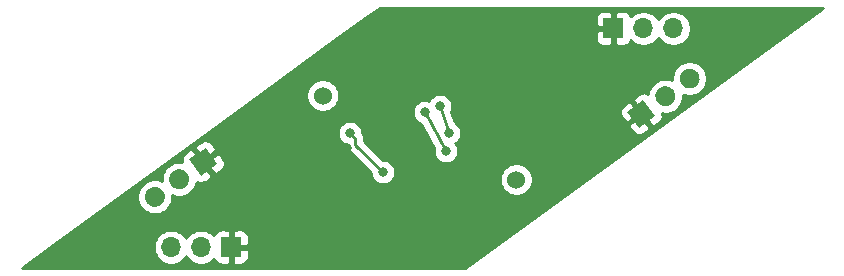
<source format=gbr>
%TF.GenerationSoftware,KiCad,Pcbnew,5.1.8*%
%TF.CreationDate,2021-01-01T10:03:35-05:00*%
%TF.ProjectId,penroserombus_thin_40mm,70656e72-6f73-4657-926f-6d6275735f74,rev?*%
%TF.SameCoordinates,Original*%
%TF.FileFunction,Copper,L2,Bot*%
%TF.FilePolarity,Positive*%
%FSLAX46Y46*%
G04 Gerber Fmt 4.6, Leading zero omitted, Abs format (unit mm)*
G04 Created by KiCad (PCBNEW 5.1.8) date 2021-01-01 10:03:35*
%MOMM*%
%LPD*%
G01*
G04 APERTURE LIST*
%TA.AperFunction,WasherPad*%
%ADD10C,1.524000*%
%TD*%
%TA.AperFunction,ComponentPad*%
%ADD11C,0.100000*%
%TD*%
%TA.AperFunction,ComponentPad*%
%ADD12O,1.700000X1.700000*%
%TD*%
%TA.AperFunction,ComponentPad*%
%ADD13R,1.700000X1.700000*%
%TD*%
%TA.AperFunction,ViaPad*%
%ADD14C,0.800000*%
%TD*%
%TA.AperFunction,Conductor*%
%ADD15C,0.250000*%
%TD*%
%TA.AperFunction,Conductor*%
%ADD16C,0.254000*%
%TD*%
%TA.AperFunction,Conductor*%
%ADD17C,0.100000*%
%TD*%
G04 APERTURE END LIST*
D10*
%TO.P,MH,*%
%TO.N,*%
X162941000Y-76835000D03*
%TD*%
%TO.P,MH,*%
%TO.N,*%
X146558000Y-69723000D03*
%TD*%
%TA.AperFunction,ComponentPad*%
D11*
%TO.P,J3,1*%
%TO.N,GND*%
G36*
X135261566Y-75128791D02*
G01*
X136636895Y-74129556D01*
X137636130Y-75504885D01*
X136260801Y-76504120D01*
X135261566Y-75128791D01*
G37*
%TD.AperFunction*%
%TO.P,J3,2*%
%TO.N,VCC*%
%TA.AperFunction,ComponentPad*%
G36*
G01*
X133894328Y-76122149D02*
X133894328Y-76122149D01*
G75*
G02*
X135081609Y-76310196I499617J-687664D01*
G01*
X135081609Y-76310196D01*
G75*
G02*
X134893562Y-77497477I-687664J-499617D01*
G01*
X134893562Y-77497477D01*
G75*
G02*
X133706281Y-77309430I-499617J687664D01*
G01*
X133706281Y-77309430D01*
G75*
G02*
X133894328Y-76122149I687664J499617D01*
G01*
G37*
%TD.AperFunction*%
%TO.P,J3,3*%
%TO.N,Net-(D1-Pad4)*%
%TA.AperFunction,ComponentPad*%
G36*
G01*
X131839425Y-77615123D02*
X131839425Y-77615123D01*
G75*
G02*
X133026706Y-77803170I499617J-687664D01*
G01*
X133026706Y-77803170D01*
G75*
G02*
X132838659Y-78990451I-687664J-499617D01*
G01*
X132838659Y-78990451D01*
G75*
G02*
X131651378Y-78802404I-499617J687664D01*
G01*
X131651378Y-78802404D01*
G75*
G02*
X131839425Y-77615123I687664J499617D01*
G01*
G37*
%TD.AperFunction*%
%TD*%
D12*
%TO.P,J1,3*%
%TO.N,Net-(J1-Pad3)*%
X176239724Y-64038590D03*
%TO.P,J1,2*%
%TO.N,VCC*%
X173699724Y-64038590D03*
D13*
%TO.P,J1,1*%
%TO.N,GND*%
X171159724Y-64038590D03*
%TD*%
%TO.P,J2,1*%
%TO.N,GND*%
X138799045Y-82550000D03*
D12*
%TO.P,J2,2*%
%TO.N,VCC*%
X136259045Y-82550000D03*
%TO.P,J2,3*%
%TO.N,Net-(J2-Pad3)*%
X133719045Y-82550000D03*
%TD*%
%TO.P,J4,3*%
%TO.N,Net-(D2-Pad4)*%
%TA.AperFunction,ComponentPad*%
G36*
G01*
X178119344Y-68973468D02*
X178119344Y-68973468D01*
G75*
G02*
X176932063Y-68785421I-499617J687664D01*
G01*
X176932063Y-68785421D01*
G75*
G02*
X177120110Y-67598140I687664J499617D01*
G01*
X177120110Y-67598140D01*
G75*
G02*
X178307391Y-67786187I499617J-687664D01*
G01*
X178307391Y-67786187D01*
G75*
G02*
X178119344Y-68973468I-687664J-499617D01*
G01*
G37*
%TD.AperFunction*%
%TO.P,J4,2*%
%TO.N,VCC*%
%TA.AperFunction,ComponentPad*%
G36*
G01*
X176064441Y-70466442D02*
X176064441Y-70466442D01*
G75*
G02*
X174877160Y-70278395I-499617J687664D01*
G01*
X174877160Y-70278395D01*
G75*
G02*
X175065207Y-69091114I687664J499617D01*
G01*
X175065207Y-69091114D01*
G75*
G02*
X176252488Y-69279161I499617J-687664D01*
G01*
X176252488Y-69279161D01*
G75*
G02*
X176064441Y-70466442I-687664J-499617D01*
G01*
G37*
%TD.AperFunction*%
%TA.AperFunction,ComponentPad*%
D11*
%TO.P,J4,1*%
%TO.N,GND*%
G36*
X174697203Y-71459800D02*
G01*
X173321874Y-72459035D01*
X172322639Y-71083706D01*
X173697968Y-70084471D01*
X174697203Y-71459800D01*
G37*
%TD.AperFunction*%
%TD*%
D14*
%TO.N,GND*%
X148590000Y-74168000D03*
X166333673Y-70140327D03*
%TO.N,Net-(D1-Pad2)*%
X156464000Y-70612000D03*
X157226000Y-72898000D03*
X148844000Y-72898000D03*
X151638000Y-76200000D03*
%TO.N,Net-(D2-Pad2)*%
X155194000Y-71120000D03*
X156972000Y-74422000D03*
%TD*%
D15*
%TO.N,Net-(D1-Pad2)*%
X157226000Y-72898000D02*
X156464000Y-70612000D01*
X149315001Y-73877001D02*
X151638000Y-76200000D01*
X149315001Y-73369001D02*
X149315001Y-73877001D01*
X148844000Y-72898000D02*
X149315001Y-73369001D01*
%TO.N,Net-(D2-Pad2)*%
X155194000Y-71120000D02*
X156972000Y-74422000D01*
%TD*%
D16*
%TO.N,GND*%
X158560230Y-84315000D02*
X121061141Y-84315000D01*
X123691765Y-82403740D01*
X132234045Y-82403740D01*
X132234045Y-82696260D01*
X132291113Y-82983158D01*
X132403055Y-83253411D01*
X132565570Y-83496632D01*
X132772413Y-83703475D01*
X133015634Y-83865990D01*
X133285887Y-83977932D01*
X133572785Y-84035000D01*
X133865305Y-84035000D01*
X134152203Y-83977932D01*
X134422456Y-83865990D01*
X134665677Y-83703475D01*
X134872520Y-83496632D01*
X134989045Y-83322240D01*
X135105570Y-83496632D01*
X135312413Y-83703475D01*
X135555634Y-83865990D01*
X135825887Y-83977932D01*
X136112785Y-84035000D01*
X136405305Y-84035000D01*
X136692203Y-83977932D01*
X136962456Y-83865990D01*
X137205677Y-83703475D01*
X137337532Y-83571620D01*
X137359543Y-83644180D01*
X137418508Y-83754494D01*
X137497860Y-83851185D01*
X137594551Y-83930537D01*
X137704865Y-83989502D01*
X137824563Y-84025812D01*
X137949045Y-84038072D01*
X138513295Y-84035000D01*
X138672045Y-83876250D01*
X138672045Y-82677000D01*
X138926045Y-82677000D01*
X138926045Y-83876250D01*
X139084795Y-84035000D01*
X139649045Y-84038072D01*
X139773527Y-84025812D01*
X139893225Y-83989502D01*
X140003539Y-83930537D01*
X140100230Y-83851185D01*
X140179582Y-83754494D01*
X140238547Y-83644180D01*
X140274857Y-83524482D01*
X140287117Y-83400000D01*
X140284045Y-82835750D01*
X140125295Y-82677000D01*
X138926045Y-82677000D01*
X138672045Y-82677000D01*
X138652045Y-82677000D01*
X138652045Y-82423000D01*
X138672045Y-82423000D01*
X138672045Y-81223750D01*
X138926045Y-81223750D01*
X138926045Y-82423000D01*
X140125295Y-82423000D01*
X140284045Y-82264250D01*
X140287117Y-81700000D01*
X140274857Y-81575518D01*
X140238547Y-81455820D01*
X140179582Y-81345506D01*
X140100230Y-81248815D01*
X140003539Y-81169463D01*
X139893225Y-81110498D01*
X139773527Y-81074188D01*
X139649045Y-81061928D01*
X139084795Y-81065000D01*
X138926045Y-81223750D01*
X138672045Y-81223750D01*
X138513295Y-81065000D01*
X137949045Y-81061928D01*
X137824563Y-81074188D01*
X137704865Y-81110498D01*
X137594551Y-81169463D01*
X137497860Y-81248815D01*
X137418508Y-81345506D01*
X137359543Y-81455820D01*
X137337532Y-81528380D01*
X137205677Y-81396525D01*
X136962456Y-81234010D01*
X136692203Y-81122068D01*
X136405305Y-81065000D01*
X136112785Y-81065000D01*
X135825887Y-81122068D01*
X135555634Y-81234010D01*
X135312413Y-81396525D01*
X135105570Y-81603368D01*
X134989045Y-81777760D01*
X134872520Y-81603368D01*
X134665677Y-81396525D01*
X134422456Y-81234010D01*
X134152203Y-81122068D01*
X133865305Y-81065000D01*
X133572785Y-81065000D01*
X133285887Y-81122068D01*
X133015634Y-81234010D01*
X132772413Y-81396525D01*
X132565570Y-81603368D01*
X132403055Y-81846589D01*
X132291113Y-82116842D01*
X132234045Y-82403740D01*
X123691765Y-82403740D01*
X129537553Y-78156527D01*
X130854042Y-78156527D01*
X130854042Y-78449047D01*
X130911110Y-78735945D01*
X131023052Y-79006198D01*
X131185567Y-79249419D01*
X131392410Y-79456262D01*
X131635631Y-79618777D01*
X131905884Y-79730719D01*
X132192782Y-79787787D01*
X132485302Y-79787787D01*
X132772200Y-79730719D01*
X133042453Y-79618777D01*
X133285674Y-79456262D01*
X133492517Y-79249419D01*
X133655032Y-79006198D01*
X133766974Y-78735945D01*
X133824042Y-78449047D01*
X133824042Y-78181104D01*
X133960787Y-78237745D01*
X134247685Y-78294813D01*
X134540205Y-78294813D01*
X134827103Y-78237745D01*
X135097356Y-78125803D01*
X135340577Y-77963288D01*
X135547420Y-77756445D01*
X135709935Y-77513224D01*
X135821877Y-77242971D01*
X135869366Y-77004229D01*
X135927409Y-77048166D01*
X136039954Y-77102753D01*
X136160985Y-77134336D01*
X136285851Y-77141700D01*
X136409756Y-77124562D01*
X136527936Y-77083581D01*
X136635850Y-77020331D01*
X137090532Y-76686188D01*
X137125653Y-76464446D01*
X136420752Y-75494232D01*
X136404571Y-75505988D01*
X136287560Y-75344934D01*
X136626242Y-75344934D01*
X137331143Y-76315148D01*
X137552886Y-76350269D01*
X138011179Y-76021096D01*
X138104681Y-75938009D01*
X138180176Y-75838277D01*
X138234763Y-75725732D01*
X138266346Y-75604701D01*
X138273710Y-75479835D01*
X138256572Y-75355930D01*
X138215591Y-75237750D01*
X138152341Y-75129836D01*
X137818198Y-74675154D01*
X137596456Y-74640033D01*
X136626242Y-75344934D01*
X136287560Y-75344934D01*
X136255274Y-75300497D01*
X136271454Y-75288742D01*
X135566553Y-74318528D01*
X135344810Y-74283407D01*
X134886517Y-74612580D01*
X134793015Y-74695667D01*
X134717520Y-74795399D01*
X134662933Y-74907944D01*
X134631350Y-75028975D01*
X134623986Y-75153841D01*
X134641124Y-75277746D01*
X134666131Y-75349861D01*
X134540205Y-75324813D01*
X134247685Y-75324813D01*
X133960787Y-75381881D01*
X133690534Y-75493823D01*
X133447313Y-75656338D01*
X133240470Y-75863181D01*
X133077955Y-76106402D01*
X132966013Y-76376655D01*
X132908945Y-76663553D01*
X132908945Y-76931496D01*
X132772200Y-76874855D01*
X132485302Y-76817787D01*
X132192782Y-76817787D01*
X131905884Y-76874855D01*
X131635631Y-76986797D01*
X131392410Y-77149312D01*
X131185567Y-77356155D01*
X131023052Y-77599376D01*
X130911110Y-77869629D01*
X130854042Y-78156527D01*
X129537553Y-78156527D01*
X135025597Y-74169230D01*
X135772043Y-74169230D01*
X136476944Y-75139444D01*
X137447158Y-74434543D01*
X137482279Y-74212800D01*
X137153106Y-73754507D01*
X137070019Y-73661005D01*
X136970287Y-73585510D01*
X136857742Y-73530923D01*
X136736711Y-73499340D01*
X136611845Y-73491976D01*
X136487940Y-73509114D01*
X136369760Y-73550095D01*
X136261846Y-73613345D01*
X135807164Y-73947488D01*
X135772043Y-74169230D01*
X135025597Y-74169230D01*
X136915602Y-72796061D01*
X147809000Y-72796061D01*
X147809000Y-72999939D01*
X147848774Y-73199898D01*
X147926795Y-73388256D01*
X148040063Y-73557774D01*
X148184226Y-73701937D01*
X148353744Y-73815205D01*
X148542102Y-73893226D01*
X148553139Y-73895421D01*
X148555001Y-73914323D01*
X148555001Y-73914334D01*
X148565998Y-74025987D01*
X148609455Y-74169248D01*
X148680027Y-74301277D01*
X148775001Y-74417002D01*
X148803999Y-74440800D01*
X150603000Y-76239802D01*
X150603000Y-76301939D01*
X150642774Y-76501898D01*
X150720795Y-76690256D01*
X150834063Y-76859774D01*
X150978226Y-77003937D01*
X151147744Y-77117205D01*
X151336102Y-77195226D01*
X151536061Y-77235000D01*
X151739939Y-77235000D01*
X151939898Y-77195226D01*
X152128256Y-77117205D01*
X152297774Y-77003937D01*
X152441937Y-76859774D01*
X152550426Y-76697408D01*
X161544000Y-76697408D01*
X161544000Y-76972592D01*
X161597686Y-77242490D01*
X161702995Y-77496727D01*
X161855880Y-77725535D01*
X162050465Y-77920120D01*
X162279273Y-78073005D01*
X162533510Y-78178314D01*
X162803408Y-78232000D01*
X163078592Y-78232000D01*
X163348490Y-78178314D01*
X163602727Y-78073005D01*
X163831535Y-77920120D01*
X164026120Y-77725535D01*
X164179005Y-77496727D01*
X164284314Y-77242490D01*
X164338000Y-76972592D01*
X164338000Y-76697408D01*
X164284314Y-76427510D01*
X164179005Y-76173273D01*
X164026120Y-75944465D01*
X163831535Y-75749880D01*
X163602727Y-75596995D01*
X163348490Y-75491686D01*
X163078592Y-75438000D01*
X162803408Y-75438000D01*
X162533510Y-75491686D01*
X162279273Y-75596995D01*
X162050465Y-75749880D01*
X161855880Y-75944465D01*
X161702995Y-76173273D01*
X161597686Y-76427510D01*
X161544000Y-76697408D01*
X152550426Y-76697408D01*
X152555205Y-76690256D01*
X152633226Y-76501898D01*
X152673000Y-76301939D01*
X152673000Y-76098061D01*
X152633226Y-75898102D01*
X152555205Y-75709744D01*
X152441937Y-75540226D01*
X152297774Y-75396063D01*
X152128256Y-75282795D01*
X151939898Y-75204774D01*
X151739939Y-75165000D01*
X151677802Y-75165000D01*
X150075001Y-73562200D01*
X150075001Y-73406323D01*
X150078677Y-73369000D01*
X150075001Y-73331678D01*
X150075001Y-73331668D01*
X150064004Y-73220015D01*
X150020547Y-73076754D01*
X150004635Y-73046985D01*
X149949975Y-72944724D01*
X149911629Y-72898000D01*
X149879000Y-72858242D01*
X149879000Y-72796061D01*
X149839226Y-72596102D01*
X149761205Y-72407744D01*
X149647937Y-72238226D01*
X149503774Y-72094063D01*
X149334256Y-71980795D01*
X149145898Y-71902774D01*
X148945939Y-71863000D01*
X148742061Y-71863000D01*
X148542102Y-71902774D01*
X148353744Y-71980795D01*
X148184226Y-72094063D01*
X148040063Y-72238226D01*
X147926795Y-72407744D01*
X147848774Y-72596102D01*
X147809000Y-72796061D01*
X136915602Y-72796061D01*
X141334687Y-69585408D01*
X145161000Y-69585408D01*
X145161000Y-69860592D01*
X145214686Y-70130490D01*
X145319995Y-70384727D01*
X145472880Y-70613535D01*
X145667465Y-70808120D01*
X145896273Y-70961005D01*
X146150510Y-71066314D01*
X146420408Y-71120000D01*
X146695592Y-71120000D01*
X146965490Y-71066314D01*
X147081982Y-71018061D01*
X154159000Y-71018061D01*
X154159000Y-71221939D01*
X154198774Y-71421898D01*
X154276795Y-71610256D01*
X154390063Y-71779774D01*
X154534226Y-71923937D01*
X154703744Y-72037205D01*
X154859430Y-72101693D01*
X155968544Y-74161477D01*
X155937000Y-74320061D01*
X155937000Y-74523939D01*
X155976774Y-74723898D01*
X156054795Y-74912256D01*
X156168063Y-75081774D01*
X156312226Y-75225937D01*
X156481744Y-75339205D01*
X156670102Y-75417226D01*
X156870061Y-75457000D01*
X157073939Y-75457000D01*
X157273898Y-75417226D01*
X157462256Y-75339205D01*
X157631774Y-75225937D01*
X157775937Y-75081774D01*
X157889205Y-74912256D01*
X157967226Y-74723898D01*
X158007000Y-74523939D01*
X158007000Y-74320061D01*
X157967226Y-74120102D01*
X157889205Y-73931744D01*
X157781989Y-73771284D01*
X157885774Y-73701937D01*
X158029937Y-73557774D01*
X158143205Y-73388256D01*
X158221226Y-73199898D01*
X158261000Y-72999939D01*
X158261000Y-72796061D01*
X158221226Y-72596102D01*
X158143205Y-72407744D01*
X158121855Y-72375791D01*
X172476490Y-72375791D01*
X172805663Y-72834084D01*
X172888750Y-72927586D01*
X172988482Y-73003081D01*
X173101027Y-73057668D01*
X173222058Y-73089251D01*
X173346924Y-73096615D01*
X173470829Y-73079477D01*
X173589009Y-73038496D01*
X173696923Y-72975246D01*
X174151605Y-72641103D01*
X174186726Y-72419361D01*
X173481825Y-71449147D01*
X172511611Y-72154048D01*
X172476490Y-72375791D01*
X158121855Y-72375791D01*
X158029937Y-72238226D01*
X157885774Y-72094063D01*
X157722842Y-71985196D01*
X157430696Y-71108756D01*
X171685059Y-71108756D01*
X171702197Y-71232661D01*
X171743178Y-71350841D01*
X171806428Y-71458755D01*
X172140571Y-71913437D01*
X172362313Y-71948558D01*
X173332527Y-71243657D01*
X172627626Y-70273443D01*
X172405883Y-70238322D01*
X171947590Y-70567495D01*
X171854088Y-70650582D01*
X171778593Y-70750314D01*
X171724006Y-70862859D01*
X171692423Y-70983890D01*
X171685059Y-71108756D01*
X157430696Y-71108756D01*
X157407427Y-71038951D01*
X157459226Y-70913898D01*
X157499000Y-70713939D01*
X157499000Y-70510061D01*
X157459226Y-70310102D01*
X157382200Y-70124145D01*
X172833116Y-70124145D01*
X173538017Y-71094359D01*
X173554198Y-71082603D01*
X173703495Y-71288094D01*
X173687315Y-71299849D01*
X174392216Y-72270063D01*
X174613959Y-72305184D01*
X175072252Y-71976011D01*
X175165754Y-71892924D01*
X175241249Y-71793192D01*
X175295836Y-71680647D01*
X175327419Y-71559616D01*
X175334783Y-71434750D01*
X175317645Y-71310845D01*
X175292638Y-71238730D01*
X175418564Y-71263778D01*
X175711084Y-71263778D01*
X175997982Y-71206710D01*
X176268235Y-71094768D01*
X176511456Y-70932253D01*
X176718299Y-70725410D01*
X176880814Y-70482189D01*
X176992756Y-70211936D01*
X177049824Y-69925038D01*
X177049824Y-69657095D01*
X177186569Y-69713736D01*
X177473467Y-69770804D01*
X177765987Y-69770804D01*
X178052885Y-69713736D01*
X178323138Y-69601794D01*
X178566359Y-69439279D01*
X178773202Y-69232436D01*
X178935717Y-68989215D01*
X179047659Y-68718962D01*
X179104727Y-68432064D01*
X179104727Y-68139544D01*
X179047659Y-67852646D01*
X178935717Y-67582393D01*
X178773202Y-67339172D01*
X178566359Y-67132329D01*
X178323138Y-66969814D01*
X178052885Y-66857872D01*
X177765987Y-66800804D01*
X177473467Y-66800804D01*
X177186569Y-66857872D01*
X176916316Y-66969814D01*
X176673095Y-67132329D01*
X176466252Y-67339172D01*
X176303737Y-67582393D01*
X176191795Y-67852646D01*
X176134727Y-68139544D01*
X176134727Y-68407487D01*
X175997982Y-68350846D01*
X175711084Y-68293778D01*
X175418564Y-68293778D01*
X175131666Y-68350846D01*
X174861413Y-68462788D01*
X174618192Y-68625303D01*
X174411349Y-68832146D01*
X174248834Y-69075367D01*
X174136892Y-69345620D01*
X174089403Y-69584362D01*
X174031360Y-69540425D01*
X173918815Y-69485838D01*
X173797784Y-69454255D01*
X173672918Y-69446891D01*
X173549013Y-69464029D01*
X173430833Y-69505010D01*
X173322919Y-69568260D01*
X172868237Y-69902403D01*
X172833116Y-70124145D01*
X157382200Y-70124145D01*
X157381205Y-70121744D01*
X157267937Y-69952226D01*
X157123774Y-69808063D01*
X156954256Y-69694795D01*
X156765898Y-69616774D01*
X156565939Y-69577000D01*
X156362061Y-69577000D01*
X156162102Y-69616774D01*
X155973744Y-69694795D01*
X155804226Y-69808063D01*
X155660063Y-69952226D01*
X155546795Y-70121744D01*
X155538270Y-70142325D01*
X155495898Y-70124774D01*
X155295939Y-70085000D01*
X155092061Y-70085000D01*
X154892102Y-70124774D01*
X154703744Y-70202795D01*
X154534226Y-70316063D01*
X154390063Y-70460226D01*
X154276795Y-70629744D01*
X154198774Y-70818102D01*
X154159000Y-71018061D01*
X147081982Y-71018061D01*
X147219727Y-70961005D01*
X147448535Y-70808120D01*
X147643120Y-70613535D01*
X147796005Y-70384727D01*
X147901314Y-70130490D01*
X147955000Y-69860592D01*
X147955000Y-69585408D01*
X147901314Y-69315510D01*
X147796005Y-69061273D01*
X147643120Y-68832465D01*
X147448535Y-68637880D01*
X147219727Y-68484995D01*
X146965490Y-68379686D01*
X146695592Y-68326000D01*
X146420408Y-68326000D01*
X146150510Y-68379686D01*
X145896273Y-68484995D01*
X145667465Y-68637880D01*
X145472880Y-68832465D01*
X145319995Y-69061273D01*
X145214686Y-69315510D01*
X145161000Y-69585408D01*
X141334687Y-69585408D01*
X147799303Y-64888590D01*
X169671652Y-64888590D01*
X169683912Y-65013072D01*
X169720222Y-65132770D01*
X169779187Y-65243084D01*
X169858539Y-65339775D01*
X169955230Y-65419127D01*
X170065544Y-65478092D01*
X170185242Y-65514402D01*
X170309724Y-65526662D01*
X170873974Y-65523590D01*
X171032724Y-65364840D01*
X171032724Y-64165590D01*
X169833474Y-64165590D01*
X169674724Y-64324340D01*
X169671652Y-64888590D01*
X147799303Y-64888590D01*
X150139153Y-63188590D01*
X169671652Y-63188590D01*
X169674724Y-63752840D01*
X169833474Y-63911590D01*
X171032724Y-63911590D01*
X171032724Y-62712340D01*
X171286724Y-62712340D01*
X171286724Y-63911590D01*
X171306724Y-63911590D01*
X171306724Y-64165590D01*
X171286724Y-64165590D01*
X171286724Y-65364840D01*
X171445474Y-65523590D01*
X172009724Y-65526662D01*
X172134206Y-65514402D01*
X172253904Y-65478092D01*
X172364218Y-65419127D01*
X172460909Y-65339775D01*
X172540261Y-65243084D01*
X172599226Y-65132770D01*
X172621237Y-65060210D01*
X172753092Y-65192065D01*
X172996313Y-65354580D01*
X173266566Y-65466522D01*
X173553464Y-65523590D01*
X173845984Y-65523590D01*
X174132882Y-65466522D01*
X174403135Y-65354580D01*
X174646356Y-65192065D01*
X174853199Y-64985222D01*
X174969724Y-64810830D01*
X175086249Y-64985222D01*
X175293092Y-65192065D01*
X175536313Y-65354580D01*
X175806566Y-65466522D01*
X176093464Y-65523590D01*
X176385984Y-65523590D01*
X176672882Y-65466522D01*
X176943135Y-65354580D01*
X177186356Y-65192065D01*
X177393199Y-64985222D01*
X177555714Y-64742001D01*
X177667656Y-64471748D01*
X177724724Y-64184850D01*
X177724724Y-63892330D01*
X177667656Y-63605432D01*
X177555714Y-63335179D01*
X177393199Y-63091958D01*
X177186356Y-62885115D01*
X176943135Y-62722600D01*
X176672882Y-62610658D01*
X176385984Y-62553590D01*
X176093464Y-62553590D01*
X175806566Y-62610658D01*
X175536313Y-62722600D01*
X175293092Y-62885115D01*
X175086249Y-63091958D01*
X174969724Y-63266350D01*
X174853199Y-63091958D01*
X174646356Y-62885115D01*
X174403135Y-62722600D01*
X174132882Y-62610658D01*
X173845984Y-62553590D01*
X173553464Y-62553590D01*
X173266566Y-62610658D01*
X172996313Y-62722600D01*
X172753092Y-62885115D01*
X172621237Y-63016970D01*
X172599226Y-62944410D01*
X172540261Y-62834096D01*
X172460909Y-62737405D01*
X172364218Y-62658053D01*
X172253904Y-62599088D01*
X172134206Y-62562778D01*
X172009724Y-62550518D01*
X171445474Y-62553590D01*
X171286724Y-62712340D01*
X171032724Y-62712340D01*
X170873974Y-62553590D01*
X170309724Y-62550518D01*
X170185242Y-62562778D01*
X170065544Y-62599088D01*
X169955230Y-62658053D01*
X169858539Y-62737405D01*
X169779187Y-62834096D01*
X169720222Y-62944410D01*
X169683912Y-63064108D01*
X169671652Y-63188590D01*
X150139153Y-63188590D01*
X151398542Y-62273591D01*
X188897627Y-62273591D01*
X158560230Y-84315000D01*
%TA.AperFunction,Conductor*%
D17*
G36*
X158560230Y-84315000D02*
G01*
X121061141Y-84315000D01*
X123691765Y-82403740D01*
X132234045Y-82403740D01*
X132234045Y-82696260D01*
X132291113Y-82983158D01*
X132403055Y-83253411D01*
X132565570Y-83496632D01*
X132772413Y-83703475D01*
X133015634Y-83865990D01*
X133285887Y-83977932D01*
X133572785Y-84035000D01*
X133865305Y-84035000D01*
X134152203Y-83977932D01*
X134422456Y-83865990D01*
X134665677Y-83703475D01*
X134872520Y-83496632D01*
X134989045Y-83322240D01*
X135105570Y-83496632D01*
X135312413Y-83703475D01*
X135555634Y-83865990D01*
X135825887Y-83977932D01*
X136112785Y-84035000D01*
X136405305Y-84035000D01*
X136692203Y-83977932D01*
X136962456Y-83865990D01*
X137205677Y-83703475D01*
X137337532Y-83571620D01*
X137359543Y-83644180D01*
X137418508Y-83754494D01*
X137497860Y-83851185D01*
X137594551Y-83930537D01*
X137704865Y-83989502D01*
X137824563Y-84025812D01*
X137949045Y-84038072D01*
X138513295Y-84035000D01*
X138672045Y-83876250D01*
X138672045Y-82677000D01*
X138926045Y-82677000D01*
X138926045Y-83876250D01*
X139084795Y-84035000D01*
X139649045Y-84038072D01*
X139773527Y-84025812D01*
X139893225Y-83989502D01*
X140003539Y-83930537D01*
X140100230Y-83851185D01*
X140179582Y-83754494D01*
X140238547Y-83644180D01*
X140274857Y-83524482D01*
X140287117Y-83400000D01*
X140284045Y-82835750D01*
X140125295Y-82677000D01*
X138926045Y-82677000D01*
X138672045Y-82677000D01*
X138652045Y-82677000D01*
X138652045Y-82423000D01*
X138672045Y-82423000D01*
X138672045Y-81223750D01*
X138926045Y-81223750D01*
X138926045Y-82423000D01*
X140125295Y-82423000D01*
X140284045Y-82264250D01*
X140287117Y-81700000D01*
X140274857Y-81575518D01*
X140238547Y-81455820D01*
X140179582Y-81345506D01*
X140100230Y-81248815D01*
X140003539Y-81169463D01*
X139893225Y-81110498D01*
X139773527Y-81074188D01*
X139649045Y-81061928D01*
X139084795Y-81065000D01*
X138926045Y-81223750D01*
X138672045Y-81223750D01*
X138513295Y-81065000D01*
X137949045Y-81061928D01*
X137824563Y-81074188D01*
X137704865Y-81110498D01*
X137594551Y-81169463D01*
X137497860Y-81248815D01*
X137418508Y-81345506D01*
X137359543Y-81455820D01*
X137337532Y-81528380D01*
X137205677Y-81396525D01*
X136962456Y-81234010D01*
X136692203Y-81122068D01*
X136405305Y-81065000D01*
X136112785Y-81065000D01*
X135825887Y-81122068D01*
X135555634Y-81234010D01*
X135312413Y-81396525D01*
X135105570Y-81603368D01*
X134989045Y-81777760D01*
X134872520Y-81603368D01*
X134665677Y-81396525D01*
X134422456Y-81234010D01*
X134152203Y-81122068D01*
X133865305Y-81065000D01*
X133572785Y-81065000D01*
X133285887Y-81122068D01*
X133015634Y-81234010D01*
X132772413Y-81396525D01*
X132565570Y-81603368D01*
X132403055Y-81846589D01*
X132291113Y-82116842D01*
X132234045Y-82403740D01*
X123691765Y-82403740D01*
X129537553Y-78156527D01*
X130854042Y-78156527D01*
X130854042Y-78449047D01*
X130911110Y-78735945D01*
X131023052Y-79006198D01*
X131185567Y-79249419D01*
X131392410Y-79456262D01*
X131635631Y-79618777D01*
X131905884Y-79730719D01*
X132192782Y-79787787D01*
X132485302Y-79787787D01*
X132772200Y-79730719D01*
X133042453Y-79618777D01*
X133285674Y-79456262D01*
X133492517Y-79249419D01*
X133655032Y-79006198D01*
X133766974Y-78735945D01*
X133824042Y-78449047D01*
X133824042Y-78181104D01*
X133960787Y-78237745D01*
X134247685Y-78294813D01*
X134540205Y-78294813D01*
X134827103Y-78237745D01*
X135097356Y-78125803D01*
X135340577Y-77963288D01*
X135547420Y-77756445D01*
X135709935Y-77513224D01*
X135821877Y-77242971D01*
X135869366Y-77004229D01*
X135927409Y-77048166D01*
X136039954Y-77102753D01*
X136160985Y-77134336D01*
X136285851Y-77141700D01*
X136409756Y-77124562D01*
X136527936Y-77083581D01*
X136635850Y-77020331D01*
X137090532Y-76686188D01*
X137125653Y-76464446D01*
X136420752Y-75494232D01*
X136404571Y-75505988D01*
X136287560Y-75344934D01*
X136626242Y-75344934D01*
X137331143Y-76315148D01*
X137552886Y-76350269D01*
X138011179Y-76021096D01*
X138104681Y-75938009D01*
X138180176Y-75838277D01*
X138234763Y-75725732D01*
X138266346Y-75604701D01*
X138273710Y-75479835D01*
X138256572Y-75355930D01*
X138215591Y-75237750D01*
X138152341Y-75129836D01*
X137818198Y-74675154D01*
X137596456Y-74640033D01*
X136626242Y-75344934D01*
X136287560Y-75344934D01*
X136255274Y-75300497D01*
X136271454Y-75288742D01*
X135566553Y-74318528D01*
X135344810Y-74283407D01*
X134886517Y-74612580D01*
X134793015Y-74695667D01*
X134717520Y-74795399D01*
X134662933Y-74907944D01*
X134631350Y-75028975D01*
X134623986Y-75153841D01*
X134641124Y-75277746D01*
X134666131Y-75349861D01*
X134540205Y-75324813D01*
X134247685Y-75324813D01*
X133960787Y-75381881D01*
X133690534Y-75493823D01*
X133447313Y-75656338D01*
X133240470Y-75863181D01*
X133077955Y-76106402D01*
X132966013Y-76376655D01*
X132908945Y-76663553D01*
X132908945Y-76931496D01*
X132772200Y-76874855D01*
X132485302Y-76817787D01*
X132192782Y-76817787D01*
X131905884Y-76874855D01*
X131635631Y-76986797D01*
X131392410Y-77149312D01*
X131185567Y-77356155D01*
X131023052Y-77599376D01*
X130911110Y-77869629D01*
X130854042Y-78156527D01*
X129537553Y-78156527D01*
X135025597Y-74169230D01*
X135772043Y-74169230D01*
X136476944Y-75139444D01*
X137447158Y-74434543D01*
X137482279Y-74212800D01*
X137153106Y-73754507D01*
X137070019Y-73661005D01*
X136970287Y-73585510D01*
X136857742Y-73530923D01*
X136736711Y-73499340D01*
X136611845Y-73491976D01*
X136487940Y-73509114D01*
X136369760Y-73550095D01*
X136261846Y-73613345D01*
X135807164Y-73947488D01*
X135772043Y-74169230D01*
X135025597Y-74169230D01*
X136915602Y-72796061D01*
X147809000Y-72796061D01*
X147809000Y-72999939D01*
X147848774Y-73199898D01*
X147926795Y-73388256D01*
X148040063Y-73557774D01*
X148184226Y-73701937D01*
X148353744Y-73815205D01*
X148542102Y-73893226D01*
X148553139Y-73895421D01*
X148555001Y-73914323D01*
X148555001Y-73914334D01*
X148565998Y-74025987D01*
X148609455Y-74169248D01*
X148680027Y-74301277D01*
X148775001Y-74417002D01*
X148803999Y-74440800D01*
X150603000Y-76239802D01*
X150603000Y-76301939D01*
X150642774Y-76501898D01*
X150720795Y-76690256D01*
X150834063Y-76859774D01*
X150978226Y-77003937D01*
X151147744Y-77117205D01*
X151336102Y-77195226D01*
X151536061Y-77235000D01*
X151739939Y-77235000D01*
X151939898Y-77195226D01*
X152128256Y-77117205D01*
X152297774Y-77003937D01*
X152441937Y-76859774D01*
X152550426Y-76697408D01*
X161544000Y-76697408D01*
X161544000Y-76972592D01*
X161597686Y-77242490D01*
X161702995Y-77496727D01*
X161855880Y-77725535D01*
X162050465Y-77920120D01*
X162279273Y-78073005D01*
X162533510Y-78178314D01*
X162803408Y-78232000D01*
X163078592Y-78232000D01*
X163348490Y-78178314D01*
X163602727Y-78073005D01*
X163831535Y-77920120D01*
X164026120Y-77725535D01*
X164179005Y-77496727D01*
X164284314Y-77242490D01*
X164338000Y-76972592D01*
X164338000Y-76697408D01*
X164284314Y-76427510D01*
X164179005Y-76173273D01*
X164026120Y-75944465D01*
X163831535Y-75749880D01*
X163602727Y-75596995D01*
X163348490Y-75491686D01*
X163078592Y-75438000D01*
X162803408Y-75438000D01*
X162533510Y-75491686D01*
X162279273Y-75596995D01*
X162050465Y-75749880D01*
X161855880Y-75944465D01*
X161702995Y-76173273D01*
X161597686Y-76427510D01*
X161544000Y-76697408D01*
X152550426Y-76697408D01*
X152555205Y-76690256D01*
X152633226Y-76501898D01*
X152673000Y-76301939D01*
X152673000Y-76098061D01*
X152633226Y-75898102D01*
X152555205Y-75709744D01*
X152441937Y-75540226D01*
X152297774Y-75396063D01*
X152128256Y-75282795D01*
X151939898Y-75204774D01*
X151739939Y-75165000D01*
X151677802Y-75165000D01*
X150075001Y-73562200D01*
X150075001Y-73406323D01*
X150078677Y-73369000D01*
X150075001Y-73331678D01*
X150075001Y-73331668D01*
X150064004Y-73220015D01*
X150020547Y-73076754D01*
X150004635Y-73046985D01*
X149949975Y-72944724D01*
X149911629Y-72898000D01*
X149879000Y-72858242D01*
X149879000Y-72796061D01*
X149839226Y-72596102D01*
X149761205Y-72407744D01*
X149647937Y-72238226D01*
X149503774Y-72094063D01*
X149334256Y-71980795D01*
X149145898Y-71902774D01*
X148945939Y-71863000D01*
X148742061Y-71863000D01*
X148542102Y-71902774D01*
X148353744Y-71980795D01*
X148184226Y-72094063D01*
X148040063Y-72238226D01*
X147926795Y-72407744D01*
X147848774Y-72596102D01*
X147809000Y-72796061D01*
X136915602Y-72796061D01*
X141334687Y-69585408D01*
X145161000Y-69585408D01*
X145161000Y-69860592D01*
X145214686Y-70130490D01*
X145319995Y-70384727D01*
X145472880Y-70613535D01*
X145667465Y-70808120D01*
X145896273Y-70961005D01*
X146150510Y-71066314D01*
X146420408Y-71120000D01*
X146695592Y-71120000D01*
X146965490Y-71066314D01*
X147081982Y-71018061D01*
X154159000Y-71018061D01*
X154159000Y-71221939D01*
X154198774Y-71421898D01*
X154276795Y-71610256D01*
X154390063Y-71779774D01*
X154534226Y-71923937D01*
X154703744Y-72037205D01*
X154859430Y-72101693D01*
X155968544Y-74161477D01*
X155937000Y-74320061D01*
X155937000Y-74523939D01*
X155976774Y-74723898D01*
X156054795Y-74912256D01*
X156168063Y-75081774D01*
X156312226Y-75225937D01*
X156481744Y-75339205D01*
X156670102Y-75417226D01*
X156870061Y-75457000D01*
X157073939Y-75457000D01*
X157273898Y-75417226D01*
X157462256Y-75339205D01*
X157631774Y-75225937D01*
X157775937Y-75081774D01*
X157889205Y-74912256D01*
X157967226Y-74723898D01*
X158007000Y-74523939D01*
X158007000Y-74320061D01*
X157967226Y-74120102D01*
X157889205Y-73931744D01*
X157781989Y-73771284D01*
X157885774Y-73701937D01*
X158029937Y-73557774D01*
X158143205Y-73388256D01*
X158221226Y-73199898D01*
X158261000Y-72999939D01*
X158261000Y-72796061D01*
X158221226Y-72596102D01*
X158143205Y-72407744D01*
X158121855Y-72375791D01*
X172476490Y-72375791D01*
X172805663Y-72834084D01*
X172888750Y-72927586D01*
X172988482Y-73003081D01*
X173101027Y-73057668D01*
X173222058Y-73089251D01*
X173346924Y-73096615D01*
X173470829Y-73079477D01*
X173589009Y-73038496D01*
X173696923Y-72975246D01*
X174151605Y-72641103D01*
X174186726Y-72419361D01*
X173481825Y-71449147D01*
X172511611Y-72154048D01*
X172476490Y-72375791D01*
X158121855Y-72375791D01*
X158029937Y-72238226D01*
X157885774Y-72094063D01*
X157722842Y-71985196D01*
X157430696Y-71108756D01*
X171685059Y-71108756D01*
X171702197Y-71232661D01*
X171743178Y-71350841D01*
X171806428Y-71458755D01*
X172140571Y-71913437D01*
X172362313Y-71948558D01*
X173332527Y-71243657D01*
X172627626Y-70273443D01*
X172405883Y-70238322D01*
X171947590Y-70567495D01*
X171854088Y-70650582D01*
X171778593Y-70750314D01*
X171724006Y-70862859D01*
X171692423Y-70983890D01*
X171685059Y-71108756D01*
X157430696Y-71108756D01*
X157407427Y-71038951D01*
X157459226Y-70913898D01*
X157499000Y-70713939D01*
X157499000Y-70510061D01*
X157459226Y-70310102D01*
X157382200Y-70124145D01*
X172833116Y-70124145D01*
X173538017Y-71094359D01*
X173554198Y-71082603D01*
X173703495Y-71288094D01*
X173687315Y-71299849D01*
X174392216Y-72270063D01*
X174613959Y-72305184D01*
X175072252Y-71976011D01*
X175165754Y-71892924D01*
X175241249Y-71793192D01*
X175295836Y-71680647D01*
X175327419Y-71559616D01*
X175334783Y-71434750D01*
X175317645Y-71310845D01*
X175292638Y-71238730D01*
X175418564Y-71263778D01*
X175711084Y-71263778D01*
X175997982Y-71206710D01*
X176268235Y-71094768D01*
X176511456Y-70932253D01*
X176718299Y-70725410D01*
X176880814Y-70482189D01*
X176992756Y-70211936D01*
X177049824Y-69925038D01*
X177049824Y-69657095D01*
X177186569Y-69713736D01*
X177473467Y-69770804D01*
X177765987Y-69770804D01*
X178052885Y-69713736D01*
X178323138Y-69601794D01*
X178566359Y-69439279D01*
X178773202Y-69232436D01*
X178935717Y-68989215D01*
X179047659Y-68718962D01*
X179104727Y-68432064D01*
X179104727Y-68139544D01*
X179047659Y-67852646D01*
X178935717Y-67582393D01*
X178773202Y-67339172D01*
X178566359Y-67132329D01*
X178323138Y-66969814D01*
X178052885Y-66857872D01*
X177765987Y-66800804D01*
X177473467Y-66800804D01*
X177186569Y-66857872D01*
X176916316Y-66969814D01*
X176673095Y-67132329D01*
X176466252Y-67339172D01*
X176303737Y-67582393D01*
X176191795Y-67852646D01*
X176134727Y-68139544D01*
X176134727Y-68407487D01*
X175997982Y-68350846D01*
X175711084Y-68293778D01*
X175418564Y-68293778D01*
X175131666Y-68350846D01*
X174861413Y-68462788D01*
X174618192Y-68625303D01*
X174411349Y-68832146D01*
X174248834Y-69075367D01*
X174136892Y-69345620D01*
X174089403Y-69584362D01*
X174031360Y-69540425D01*
X173918815Y-69485838D01*
X173797784Y-69454255D01*
X173672918Y-69446891D01*
X173549013Y-69464029D01*
X173430833Y-69505010D01*
X173322919Y-69568260D01*
X172868237Y-69902403D01*
X172833116Y-70124145D01*
X157382200Y-70124145D01*
X157381205Y-70121744D01*
X157267937Y-69952226D01*
X157123774Y-69808063D01*
X156954256Y-69694795D01*
X156765898Y-69616774D01*
X156565939Y-69577000D01*
X156362061Y-69577000D01*
X156162102Y-69616774D01*
X155973744Y-69694795D01*
X155804226Y-69808063D01*
X155660063Y-69952226D01*
X155546795Y-70121744D01*
X155538270Y-70142325D01*
X155495898Y-70124774D01*
X155295939Y-70085000D01*
X155092061Y-70085000D01*
X154892102Y-70124774D01*
X154703744Y-70202795D01*
X154534226Y-70316063D01*
X154390063Y-70460226D01*
X154276795Y-70629744D01*
X154198774Y-70818102D01*
X154159000Y-71018061D01*
X147081982Y-71018061D01*
X147219727Y-70961005D01*
X147448535Y-70808120D01*
X147643120Y-70613535D01*
X147796005Y-70384727D01*
X147901314Y-70130490D01*
X147955000Y-69860592D01*
X147955000Y-69585408D01*
X147901314Y-69315510D01*
X147796005Y-69061273D01*
X147643120Y-68832465D01*
X147448535Y-68637880D01*
X147219727Y-68484995D01*
X146965490Y-68379686D01*
X146695592Y-68326000D01*
X146420408Y-68326000D01*
X146150510Y-68379686D01*
X145896273Y-68484995D01*
X145667465Y-68637880D01*
X145472880Y-68832465D01*
X145319995Y-69061273D01*
X145214686Y-69315510D01*
X145161000Y-69585408D01*
X141334687Y-69585408D01*
X147799303Y-64888590D01*
X169671652Y-64888590D01*
X169683912Y-65013072D01*
X169720222Y-65132770D01*
X169779187Y-65243084D01*
X169858539Y-65339775D01*
X169955230Y-65419127D01*
X170065544Y-65478092D01*
X170185242Y-65514402D01*
X170309724Y-65526662D01*
X170873974Y-65523590D01*
X171032724Y-65364840D01*
X171032724Y-64165590D01*
X169833474Y-64165590D01*
X169674724Y-64324340D01*
X169671652Y-64888590D01*
X147799303Y-64888590D01*
X150139153Y-63188590D01*
X169671652Y-63188590D01*
X169674724Y-63752840D01*
X169833474Y-63911590D01*
X171032724Y-63911590D01*
X171032724Y-62712340D01*
X171286724Y-62712340D01*
X171286724Y-63911590D01*
X171306724Y-63911590D01*
X171306724Y-64165590D01*
X171286724Y-64165590D01*
X171286724Y-65364840D01*
X171445474Y-65523590D01*
X172009724Y-65526662D01*
X172134206Y-65514402D01*
X172253904Y-65478092D01*
X172364218Y-65419127D01*
X172460909Y-65339775D01*
X172540261Y-65243084D01*
X172599226Y-65132770D01*
X172621237Y-65060210D01*
X172753092Y-65192065D01*
X172996313Y-65354580D01*
X173266566Y-65466522D01*
X173553464Y-65523590D01*
X173845984Y-65523590D01*
X174132882Y-65466522D01*
X174403135Y-65354580D01*
X174646356Y-65192065D01*
X174853199Y-64985222D01*
X174969724Y-64810830D01*
X175086249Y-64985222D01*
X175293092Y-65192065D01*
X175536313Y-65354580D01*
X175806566Y-65466522D01*
X176093464Y-65523590D01*
X176385984Y-65523590D01*
X176672882Y-65466522D01*
X176943135Y-65354580D01*
X177186356Y-65192065D01*
X177393199Y-64985222D01*
X177555714Y-64742001D01*
X177667656Y-64471748D01*
X177724724Y-64184850D01*
X177724724Y-63892330D01*
X177667656Y-63605432D01*
X177555714Y-63335179D01*
X177393199Y-63091958D01*
X177186356Y-62885115D01*
X176943135Y-62722600D01*
X176672882Y-62610658D01*
X176385984Y-62553590D01*
X176093464Y-62553590D01*
X175806566Y-62610658D01*
X175536313Y-62722600D01*
X175293092Y-62885115D01*
X175086249Y-63091958D01*
X174969724Y-63266350D01*
X174853199Y-63091958D01*
X174646356Y-62885115D01*
X174403135Y-62722600D01*
X174132882Y-62610658D01*
X173845984Y-62553590D01*
X173553464Y-62553590D01*
X173266566Y-62610658D01*
X172996313Y-62722600D01*
X172753092Y-62885115D01*
X172621237Y-63016970D01*
X172599226Y-62944410D01*
X172540261Y-62834096D01*
X172460909Y-62737405D01*
X172364218Y-62658053D01*
X172253904Y-62599088D01*
X172134206Y-62562778D01*
X172009724Y-62550518D01*
X171445474Y-62553590D01*
X171286724Y-62712340D01*
X171032724Y-62712340D01*
X170873974Y-62553590D01*
X170309724Y-62550518D01*
X170185242Y-62562778D01*
X170065544Y-62599088D01*
X169955230Y-62658053D01*
X169858539Y-62737405D01*
X169779187Y-62834096D01*
X169720222Y-62944410D01*
X169683912Y-63064108D01*
X169671652Y-63188590D01*
X150139153Y-63188590D01*
X151398542Y-62273591D01*
X188897627Y-62273591D01*
X158560230Y-84315000D01*
G37*
%TD.AperFunction*%
%TD*%
M02*

</source>
